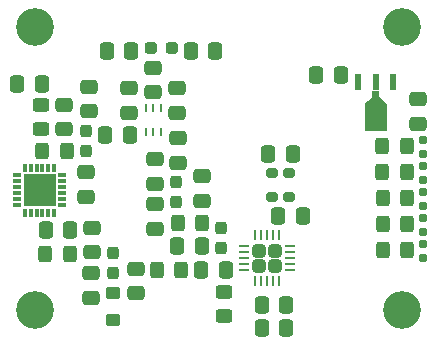
<source format=gtp>
%TF.GenerationSoftware,KiCad,Pcbnew,8.0.8*%
%TF.CreationDate,2025-04-18T09:33:10-04:00*%
%TF.ProjectId,high-power-module,68696768-2d70-46f7-9765-722d6d6f6475,rev?*%
%TF.SameCoordinates,Original*%
%TF.FileFunction,Paste,Top*%
%TF.FilePolarity,Positive*%
%FSLAX46Y46*%
G04 Gerber Fmt 4.6, Leading zero omitted, Abs format (unit mm)*
G04 Created by KiCad (PCBNEW 8.0.8) date 2025-04-18 09:33:10*
%MOMM*%
%LPD*%
G01*
G04 APERTURE LIST*
G04 Aperture macros list*
%AMRoundRect*
0 Rectangle with rounded corners*
0 $1 Rounding radius*
0 $2 $3 $4 $5 $6 $7 $8 $9 X,Y pos of 4 corners*
0 Add a 4 corners polygon primitive as box body*
4,1,4,$2,$3,$4,$5,$6,$7,$8,$9,$2,$3,0*
0 Add four circle primitives for the rounded corners*
1,1,$1+$1,$2,$3*
1,1,$1+$1,$4,$5*
1,1,$1+$1,$6,$7*
1,1,$1+$1,$8,$9*
0 Add four rect primitives between the rounded corners*
20,1,$1+$1,$2,$3,$4,$5,0*
20,1,$1+$1,$4,$5,$6,$7,0*
20,1,$1+$1,$6,$7,$8,$9,0*
20,1,$1+$1,$8,$9,$2,$3,0*%
%AMFreePoly0*
4,1,9,1.039800,-1.173200,0.379400,-1.808200,0.379400,-2.300000,-0.179400,-2.300000,-0.179400,-1.782800,-0.839800,-1.173200,-0.839800,1.112800,1.039800,1.112800,1.039800,-1.173200,1.039800,-1.173200,$1*%
G04 Aperture macros list end*
%ADD10C,0.000000*%
%ADD11RoundRect,0.250000X-0.325000X-0.450000X0.325000X-0.450000X0.325000X0.450000X-0.325000X0.450000X0*%
%ADD12RoundRect,0.250000X-0.475000X0.337500X-0.475000X-0.337500X0.475000X-0.337500X0.475000X0.337500X0*%
%ADD13RoundRect,0.250000X0.325000X0.450000X-0.325000X0.450000X-0.325000X-0.450000X0.325000X-0.450000X0*%
%ADD14RoundRect,0.250000X-0.337500X-0.475000X0.337500X-0.475000X0.337500X0.475000X-0.337500X0.475000X0*%
%ADD15RoundRect,0.237500X0.237500X-0.287500X0.237500X0.287500X-0.237500X0.287500X-0.237500X-0.287500X0*%
%ADD16RoundRect,0.160000X-0.160000X0.197500X-0.160000X-0.197500X0.160000X-0.197500X0.160000X0.197500X0*%
%ADD17RoundRect,0.250000X0.350000X-0.275000X0.350000X0.275000X-0.350000X0.275000X-0.350000X-0.275000X0*%
%ADD18RoundRect,0.237500X-0.237500X0.287500X-0.237500X-0.287500X0.237500X-0.287500X0.237500X0.287500X0*%
%ADD19RoundRect,0.250000X0.475000X-0.337500X0.475000X0.337500X-0.475000X0.337500X-0.475000X-0.337500X0*%
%ADD20RoundRect,0.200000X-0.300000X0.200000X-0.300000X-0.200000X0.300000X-0.200000X0.300000X0.200000X0*%
%ADD21C,3.200000*%
%ADD22RoundRect,0.250000X0.337500X0.475000X-0.337500X0.475000X-0.337500X-0.475000X0.337500X-0.475000X0*%
%ADD23RoundRect,0.062500X0.062500X-0.262500X0.062500X0.262500X-0.062500X0.262500X-0.062500X-0.262500X0*%
%ADD24O,0.380000X0.700000*%
%ADD25O,0.700000X0.380000*%
%ADD26R,2.700000X2.700000*%
%ADD27R,0.482600X1.422400*%
%ADD28FreePoly0,180.000000*%
%ADD29R,0.558800X1.422400*%
%ADD30RoundRect,0.250000X-0.315000X-0.315000X0.315000X-0.315000X0.315000X0.315000X-0.315000X0.315000X0*%
%ADD31RoundRect,0.062500X-0.362500X-0.062500X0.362500X-0.062500X0.362500X0.062500X-0.362500X0.062500X0*%
%ADD32RoundRect,0.062500X-0.062500X-0.362500X0.062500X-0.362500X0.062500X0.362500X-0.062500X0.362500X0*%
%ADD33RoundRect,0.250000X-0.450000X0.325000X-0.450000X-0.325000X0.450000X-0.325000X0.450000X0.325000X0*%
%ADD34RoundRect,0.250000X0.450000X-0.325000X0.450000X0.325000X-0.450000X0.325000X-0.450000X-0.325000X0*%
%ADD35RoundRect,0.237500X-0.287500X-0.237500X0.287500X-0.237500X0.287500X0.237500X-0.287500X0.237500X0*%
G04 APERTURE END LIST*
D10*
%TO.C,U3*%
G36*
X157579400Y-79417200D02*
G01*
X158214400Y-80052200D01*
X158214400Y-82160400D01*
X156385600Y-82160400D01*
X156385600Y-80052200D01*
X157020600Y-79417200D01*
X157020600Y-78900000D01*
X157579400Y-78900000D01*
X157579400Y-79417200D01*
G37*
%TD*%
D11*
%TO.C,L3*%
X129100000Y-83987500D03*
X131150000Y-83987500D03*
%TD*%
D12*
%TO.C,CM6*%
X138600000Y-88525000D03*
X138600000Y-90600000D03*
%TD*%
D13*
%TO.C,GP3*%
X159950000Y-88000000D03*
X157900000Y-88000000D03*
%TD*%
D14*
%TO.C,C1*%
X152262500Y-77600000D03*
X154337500Y-77600000D03*
%TD*%
D12*
%TO.C,CM4*%
X133200000Y-94362500D03*
X133200000Y-96437500D03*
%TD*%
D15*
%TO.C,LM2*%
X135100000Y-94375000D03*
X135100000Y-92625000D03*
%TD*%
D12*
%TO.C,C8*%
X136400000Y-78700000D03*
X136400000Y-80775000D03*
%TD*%
D16*
%TO.C,R6*%
X161325000Y-89700000D03*
X161325000Y-90895000D03*
%TD*%
D13*
%TO.C,3V3*%
X159925000Y-83600000D03*
X157875000Y-83600000D03*
%TD*%
D17*
%TO.C,LM4*%
X135100000Y-98350000D03*
X135100000Y-96050000D03*
%TD*%
D14*
%TO.C,CB3*%
X149062500Y-89525000D03*
X151137500Y-89525000D03*
%TD*%
D12*
%TO.C,CM3*%
X137000000Y-94000000D03*
X137000000Y-96075000D03*
%TD*%
D16*
%TO.C,R12*%
X161300000Y-83102500D03*
X161300000Y-84297500D03*
%TD*%
D18*
%TO.C,LR1*%
X144200000Y-90525000D03*
X144200000Y-92275000D03*
%TD*%
D13*
%TO.C,LR2*%
X142625000Y-90100000D03*
X140575000Y-90100000D03*
%TD*%
D19*
%TO.C,CM5*%
X133300000Y-92600000D03*
X133300000Y-90525000D03*
%TD*%
D13*
%TO.C,IRQ1*%
X159950000Y-92400000D03*
X157900000Y-92400000D03*
%TD*%
D20*
%TO.C,TCXO1*%
X148562500Y-85850000D03*
X148562500Y-87950000D03*
X149962500Y-87950000D03*
X149962500Y-85850000D03*
%TD*%
D21*
%TO.C,H4*%
X128500000Y-97500000D03*
%TD*%
D16*
%TO.C,R10*%
X161325000Y-91905000D03*
X161325000Y-93100000D03*
%TD*%
D22*
%TO.C,CR2*%
X142600000Y-92100000D03*
X140525000Y-92100000D03*
%TD*%
D13*
%TO.C,GP2*%
X159950000Y-90200000D03*
X157900000Y-90200000D03*
%TD*%
D23*
%TO.C,RFS1*%
X137840000Y-82400000D03*
X138490000Y-82400000D03*
X139140000Y-82400000D03*
X139140000Y-80400000D03*
X138490000Y-80400000D03*
X137840000Y-80400000D03*
%TD*%
D22*
%TO.C,CM1*%
X136600000Y-75550000D03*
X134525000Y-75550000D03*
%TD*%
D21*
%TO.C,H1*%
X128500000Y-73500000D03*
%TD*%
D22*
%TO.C,CD1*%
X150287500Y-84300000D03*
X148212500Y-84300000D03*
%TD*%
D19*
%TO.C,C9*%
X140500000Y-80800000D03*
X140500000Y-78725000D03*
%TD*%
D16*
%TO.C,R5*%
X161325000Y-87502500D03*
X161325000Y-88697500D03*
%TD*%
D19*
%TO.C,CM7*%
X138600000Y-86775000D03*
X138600000Y-84700000D03*
%TD*%
D13*
%TO.C,L0*%
X140850000Y-94100000D03*
X138800000Y-94100000D03*
%TD*%
D24*
%TO.C,PA1*%
X127600000Y-89230000D03*
X128100000Y-89230000D03*
X128600000Y-89230000D03*
X129100000Y-89230000D03*
X129600000Y-89230000D03*
X130100000Y-89230000D03*
D25*
X130740000Y-88590000D03*
X130740000Y-88090000D03*
X130740000Y-87590000D03*
X130740000Y-87090000D03*
X130740000Y-86590000D03*
X130740000Y-86090000D03*
D24*
X130100000Y-85450000D03*
X129600000Y-85450000D03*
X129100000Y-85450000D03*
X128600000Y-85450000D03*
X128100000Y-85450000D03*
X127600000Y-85450000D03*
D25*
X126960000Y-86090000D03*
X126960000Y-86590000D03*
X126960000Y-87090000D03*
X126960000Y-87590000D03*
X126960000Y-88090000D03*
X126960000Y-88590000D03*
D26*
X128850000Y-87340000D03*
%TD*%
D14*
%TO.C,C2*%
X129362500Y-90700000D03*
X131437500Y-90700000D03*
%TD*%
%TO.C,CM2*%
X141665000Y-75550000D03*
X143740000Y-75550000D03*
%TD*%
D19*
%TO.C,CB4*%
X138490000Y-79037500D03*
X138490000Y-76962500D03*
%TD*%
D14*
%TO.C,CD3*%
X147675000Y-99025000D03*
X149750000Y-99025000D03*
%TD*%
D22*
%TO.C,C5*%
X129050000Y-78337500D03*
X126975000Y-78337500D03*
%TD*%
D14*
%TO.C,CD2*%
X147675000Y-97025000D03*
X149750000Y-97025000D03*
%TD*%
D13*
%TO.C,5V0*%
X159925000Y-85797500D03*
X157875000Y-85797500D03*
%TD*%
D12*
%TO.C,CR1*%
X142600000Y-86162500D03*
X142600000Y-88237500D03*
%TD*%
D27*
%TO.C,U3*%
X158800000Y-78188800D03*
D28*
X157400000Y-81200000D03*
D29*
X157300000Y-78188800D03*
D27*
X155800000Y-78188800D03*
%TD*%
D19*
%TO.C,C6*%
X132750000Y-87887500D03*
X132750000Y-85812500D03*
%TD*%
D15*
%TO.C,LM6*%
X132750000Y-84050000D03*
X132750000Y-82300000D03*
%TD*%
D22*
%TO.C,CB1*%
X136487500Y-82650000D03*
X134412500Y-82650000D03*
%TD*%
D30*
%TO.C,U1*%
X147450000Y-92450000D03*
X147450000Y-93750000D03*
X148750000Y-92450000D03*
X148750000Y-93750000D03*
D31*
X146175000Y-92100000D03*
X146175000Y-92600000D03*
X146175000Y-93100000D03*
X146175000Y-93600000D03*
X146175000Y-94100000D03*
D32*
X147100000Y-95025000D03*
X147600000Y-95025000D03*
X148100000Y-95025000D03*
X148600000Y-95025000D03*
X149100000Y-95025000D03*
D31*
X150025000Y-94100000D03*
X150025000Y-93600000D03*
X150025000Y-93100000D03*
X150025000Y-92600000D03*
X150025000Y-92100000D03*
D32*
X149100000Y-91175000D03*
X148600000Y-91175000D03*
X148100000Y-91175000D03*
X147600000Y-91175000D03*
X147100000Y-91175000D03*
%TD*%
D21*
%TO.C,H2*%
X159500000Y-73500000D03*
%TD*%
%TO.C,H3*%
X159500000Y-97500000D03*
%TD*%
D11*
%TO.C,L1*%
X129350000Y-92700000D03*
X131400000Y-92700000D03*
%TD*%
D19*
%TO.C,C7*%
X160900000Y-81700000D03*
X160900000Y-79625000D03*
%TD*%
D22*
%TO.C,C0*%
X144637500Y-94100000D03*
X142562500Y-94100000D03*
%TD*%
D19*
%TO.C,CB2*%
X140600000Y-85000000D03*
X140600000Y-82925000D03*
%TD*%
D33*
%TO.C,L2*%
X129000000Y-80137500D03*
X129000000Y-82187500D03*
%TD*%
D15*
%TO.C,LM5*%
X140400000Y-88375000D03*
X140400000Y-86625000D03*
%TD*%
D16*
%TO.C,R4*%
X161300000Y-85300000D03*
X161300000Y-86495000D03*
%TD*%
D34*
%TO.C,LChoke1*%
X144500000Y-98000000D03*
X144500000Y-95950000D03*
%TD*%
D35*
%TO.C,LM1*%
X138290000Y-75300000D03*
X140040000Y-75300000D03*
%TD*%
D19*
%TO.C,CM8*%
X130950000Y-82187500D03*
X130950000Y-80112500D03*
%TD*%
%TO.C,CM9*%
X133000000Y-80637500D03*
X133000000Y-78562500D03*
%TD*%
M02*

</source>
